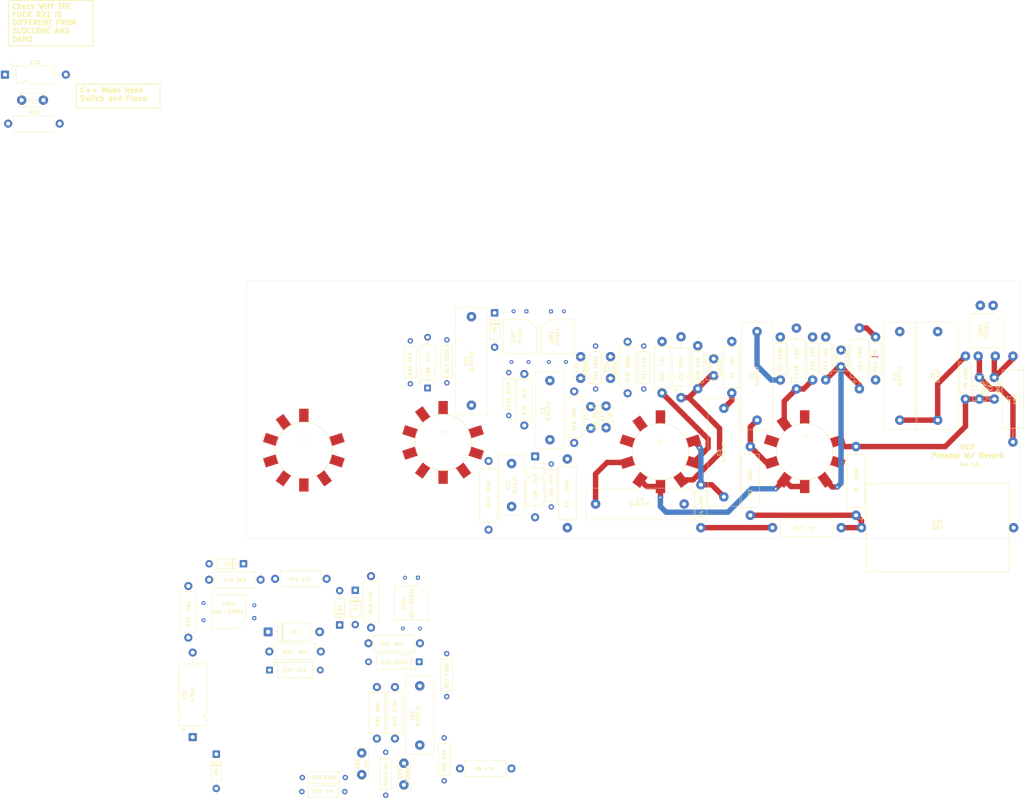
<source format=kicad_pcb>
(kicad_pcb (version 20241229) (generator "pcbnew") (generator_version "9.0")
  (layers (0 "F.Cu" signal) (2 "B.Cu" signal) (13 "F.Paste" user) (15 "B.Paste" user) (5 "F.SilkS" user "F.Silkscreen") (7 "B.SilkS" user "B.Silkscreen") (1 "F.Mask" user) (3 "B.Mask" user) (25 "Edge.Cuts" user))
  (net 0 "")
  (net 1 "Net-(C1-Pad2)")
  (net 2 "Net-(V1A-A)")
  (net 3 "Net-(V1B-A)")
  (net 4 "Net-(C2-Pad2)")
  (net 5 "Lead In")
  (net 6 "Net-(C4-Pad2)")
  (net 7 "Net-(V2B-A)")
  (net 8 "Net-(C5-Pad2)")
  (net 9 "Net-(V2A-A)")
  (net 10 "Net-(C6-Pad2)")
  (net 11 "Lead Out")
  (net 12 "Net-(C11-Pad1)")
  (net 13 "Net-(C9-Pad2)")
  (net 14 "Net-(SW3-A)")
  (net 15 "Net-(V2B-K)")
  (net 16 "Net-(C11-Pad2)")
  (net 17 "Net-(C12-Pad1)")
  (net 18 "Net-(SW2-A)")
  (net 19 "Net-(V2A-K)")
  (net 20 "Net-(SW5-B)")
  (net 21 "Net-(V1A-K)")
  (net 22 "Net-(SW4-B)")
  (net 23 "GND")
  (net 24 "Net-(V1B-K)")
  (net 25 "E")
  (net 26 "Net-(C20-Pad2)")
  (net 27 "Net-(V3B-A)")
  (net 28 "Net-(C21-Pad2)")
  (net 29 "Net-(C22-Pad2)")
  (net 30 "Net-(V3A-A)")
  (net 31 "Net-(C23-Pad2)")
  (net 32 "Net-(SW6-B)")
  (net 33 "Net-(V4A-K)")
  (net 34 "Net-(C25-Pad2)")
  (net 35 "Net-(V3A-K)")
  (net 36 "Net-(V4B-K)")
  (net 37 "Net-(V3B-K)")
  (net 38 "Net-(V4A-G)")
  (net 39 "Net-(D5-K)")
  (net 40 "Net-(D1-K)")
  (net 41 "Net-(D2-K)")
  (net 42 "Net-(D2-A)")
  (net 43 "LDR2-")
  (net 44 "Net-(D3-A)")
  (net 45 "60VAC Tap")
  (net 46 "Net-(D4-K)")
  (net 47 "LDR1+")
  (net 48 "LDR1-")
  (net 49 "Net-(LDR2-Pad4)")
  (net 50 "Net-(LDR4-Pad4)")
  (net 51 "Net-(LDR5--)")
  (net 52 "GEQ")
  (net 53 "EQ In")
  (net 54 "Reverb In")
  (net 55 "Net-(V4B-G)")
  (net 56 "Tank Out")
  (net 57 "D")
  (net 58 "Net-(SW1-A)")
  (net 59 "Input")
  (net 60 "Net-(V1C-F1-Pad4)")
  (net 61 "Net-(V1C-F2)")
  (net 62 "Net-(T1-AB)")
  (net 63 "Net-(V4B-A)")
  (net 64 "Net-(V2B-G)")
  (net 65 "Net-(V3A-G)")
  (footprint "Resistor_THT:R_Axial_DIN0309_L9.0mm_D3.2mm_P12.70mm_Horizontal" (layer "F.Cu") (at 140.49 155.59 90)
    (property "Reference" "R38")
    (property "Value" "1K5")
  )
  (footprint "Resistor_THT:R_Axial_DIN0309_L9.0mm_D3.2mm_P12.70mm_Horizontal" (layer "F.Cu") (at 151.3 142.59 -90)
    (property "Reference" "R27")
    (property "Value" "220K")
  )
  (footprint "Diode_THT:D_DO-41_SOD81_P10.16mm_Horizontal" (layer "F.Cu") (at 119.57 226.93 90)
    (property "Reference" "D1")
    (property "Value" "6V 1W")
  )
  (footprint "Resistor_THT:R_Axial_DIN0309_L9.0mm_D3.2mm_P12.70mm_Horizontal" (layer "F.Cu") (at 226.42 198.16 90)
    (property "Reference" "R4")
    (property "Value" "120K")
  )
  (footprint "Capacitor_THT:C_Rect_L7.2mm_W4.5mm_P5.00mm_FKS2_FKP2_MKS2_MKP2" (layer "F.Cu") (at 267.872857 150.58 90)
    (property "Reference" "C15")
    (property "Value" "0.47uF")
  )
  (footprint "Resistor_THT:R_Axial_DIN0414_L11.9mm_D4.5mm_P15.24mm_Horizontal" (layer "F.Cu") (at 174.19 167.92 90)
    (property "Reference" "R35")
    (property "Value" "3K3")
  )
  (footprint "Resistor_THT:R_Axial_DIN0414_L11.9mm_D4.5mm_P15.24mm_Horizontal" (layer "F.Cu") (at 96.19 213.54 180)
    (property "Reference" "R49")
    (property "Value" "3K3")
  )
  (footprint "Capacitor_THT:CP_Axial_L11.0mm_D5.0mm_P18.00mm_Horizontal" (layer "F.Cu") (at 254.687143 157.117125 90)
    (property "Reference" "C16")
    (property "Value" "15uF")
  )
  (footprint "Capacitor_THT:CP_Axial_L11.0mm_D5.0mm_P18.00mm_Horizontal" (layer "F.Cu") (at 20.575 64.1375)
    (property "Reference" "C10")
    (property "Value" "15uF")
  )
  (footprint "OptoDevice:PerkinElmer_VTL5C" (layer "F.Cu") (at 185.88 134.16 -90)
    (property "Reference" "LDR3")
    (property "Value" "VTL5C1")
  )
  (footprint "HiroFootprints:10_47_120_180_250_500pF_1KV_Cer_6.4_4.0_6.4" (layer "F.Cu") (at 198.39 162.17 -90)
    (property "Reference" "C17")
    (property "Value" "47pF")
  )
  (footprint "HiroFootprints:715P10454LAD3" (layer "F.Cu") (at 296.466 166.34 90)
    (property "Reference" "C9")
    (property "Value" "0.1uF")
  )
  (footprint "Resistor_THT:R_Axial_DIN0414_L11.9mm_D4.5mm_P15.24mm_Horizontal" (layer "F.Cu") (at 143.32 232.34 180)
    (property "Reference" "R41")
    (property "Value" "3K3")
  )
  (footprint "Resistor_THT:R_Axial_DIN0309_L9.0mm_D3.2mm_P12.70mm_Horizontal" (layer "F.Cu") (at 121.1 276.22 180)
    (property "Reference" "R30")
    (property "Value" "1M")
  )
  (footprint "Diode_THT:D_DO-41_SOD81_P10.16mm_Horizontal" (layer "F.Cu") (at 124.2 216.66 -90)
    (property "Reference" "D2")
    (property "Value" "1N4006")
  )
  (footprint "HiroFootprints:20_750pF_1KV_Cer_7.4_4.0_.6.4" (layer "F.Cu") (at 25.525 71.685)
    (property "Reference" "C12")
    (property "Value" "10/20pF")
  )
  (footprint "Resistor_THT:R_Axial_DIN0414_L11.9mm_D4.5mm_P15.24mm_Horizontal" (layer "F.Cu") (at 214.9375 158.31 90)
    (property "Reference" "R22")
    (property "Value" "47K")
  )
  (footprint "Capacitor_THT:CP_Axial_L11.0mm_D5.0mm_P18.00mm_Horizontal" (layer "F.Cu") (at 273.301429 157.08 90)
    (property "Reference" "C14")
    (property "Value" "15uF")
  )
  (footprint "HiroFootprints:10_47_120_180_250_500pF_1KV_Cer_6.4_4.0_6.4" (layer "F.Cu") (at 199.685 153.97 90)
    (property "Reference" "C30")
    (property "Value" "500pF")
  )
  (footprint "HiroFootprints:715P47354LAD3" (layer "F.Cu") (at 158.55 161.94 90)
    (property "Reference" "C21")
    (property "Value" "0.047uF")
  )
  (footprint "IICPP_Clone_Footprints:VT9-ST-C" (layer "F.Cu") (at 257.124118 175.672875)
    (property "Reference" "V1")
    (property "Value" "12AX7")
    (fp_circle (center 0 0) (end 8.3 0) (stroke (width 0.05)) (fill no) (layer "Edge.Cuts"))
  )
  (footprint "Capacitor_THT:CP_Axial_L11.0mm_D5.0mm_P18.00mm_Horizontal" (layer "F.Cu") (at 220.545 159.69 90)
    (property "Reference" "C13")
    (property "Value" "15uF")
  )
  (footprint "Capacitor_THT:CP_Axial_L18.0mm_D8.0mm_P25.00mm_Horizontal" (layer "F.Cu") (at 76.1 260.09 90)
    (property "Reference" "C32")
    (property "Value" "470uF")
  )
  (footprint "Resistor_THT:R_Axial_DIN0309_L9.0mm_D3.2mm_P12.70mm_Horizontal" (layer "F.Cu") (at 150.48 273.02 90)
    (property "Reference" "R25")
    (property "Value" "82K")
  )
  (footprint "Resistor_THT:R_Axial_DIN0309_L9.0mm_D3.2mm_P12.70mm_Horizontal" (layer "F.Cu") (at 195.2725 157.12 90)
    (property "Reference" "R42")
    (property "Value" "100K")
  )
  (footprint "Resistor_THT:R_Axial_DIN0309_L9.0mm_D3.2mm_P12.70mm_Horizontal" (layer "F.Cu") (at 169.58 164.98 90)
    (property "Reference" "R33")
    (property "Value" "220K")
  )
  (footprint "HiroFootprints:10_47_120_180_250_500pF_1KV_Cer_6.4_4.0_6.4" (layer "F.Cu") (at 313.214 160.11 90)
    (property "Reference" "C6")
    (property "Value" "250pF")
  )
  (footprint "Resistor_THT:R_Axial_DIN0309_L9.0mm_D3.2mm_P12.70mm_Horizontal" (layer "F.Cu") (at 259.465714 154.467125 90)
    (property "Reference" "R16")
    (property "Value" "1K5")
  )
  (footprint "Resistor_THT:R_Axial_DIN0414_L11.9mm_D4.5mm_P15.24mm_Horizontal" (layer "F.Cu") (at 130.58 260.53 90)
    (property "Reference" "R39")
    (property "Value" "68K")
  )
  (footprint "Resistor_THT:R_Axial_DIN0414_L11.9mm_D4.5mm_P15.24mm_Horizontal" (layer "F.Cu") (at 128.85 212.48 -90)
    (property "Reference" "R46")
    (property "Value" "470")
  )
  (footprint "Resistor_THT:R_Axial_DIN0309_L9.0mm_D3.2mm_P12.70mm_Horizontal" (layer "F.Cu") (at 209.51 157.12 90)
    (property "Reference" "R11")
    (property "Value" "1K5")
  )
  (footprint "Resistor_THT:R_Axial_DIN0516_L15.5mm_D5.0mm_P20.32mm_Horizontal" (layer "F.Cu") (at 163.624118 198.739151 90)
    (property "Reference" "R24")
    (property "Value" "100K")
  )
  (footprint "Resistor_THT:R_Axial_DIN0309_L9.0mm_D3.2mm_P12.70mm_Horizontal" (layer "F.Cu") (at 249.908571 154.467125 90)
    (property "Reference" "R17")
    (property "Value" "100K")
  )
  (footprint "OptoDevice:PerkinElmer_VTL5C" (layer "F.Cu") (at 94.32 224.91 180)
    (property "Reference" "LDR5")
    (property "Value" "NSL-32SR2")
  )
  (footprint "Resistor_THT:R_Axial_DIN0414_L11.9mm_D4.5mm_P15.24mm_Horizontal" (layer "F.Cu") (at 170.39 269.38 180)
    (property "Reference" "R6")
    (property "Value" "47K")
  )
  (footprint "Resistor_THT:R_Axial_DIN0516_L15.5mm_D5.0mm_P20.32mm_Horizontal" (layer "F.Cu") (at 247.61 198.15)
    (property "Reference" "R47")
    (property "Value" "1K")
  )
  (footprint "HiroFootprints:715P22354KAD3" (layer "F.Cu") (at 143.27 262.45 90)
    (property "Reference" "C20")
    (property "Value" "0.022uF")
  )
  (footprint "HiroFootprints:715P10354JAD3" (layer "F.Cu") (at 170.424118 179.189151 -90)
    (property "Reference" "C22")
    (property "Value" "0.01uF")
  )
  (footprint "HiroFootprints:1000pF_1KV_Cer_9.4_4.0_6.4" (layer "F.Cu") (at 126.1 264.8 -90)
    (property "Reference" "C29")
    (property "Value" "1nF")
  )
  (footprint "Resistor_THT:R_Axial_DIN0414_L11.9mm_D4.5mm_P15.24mm_Horizontal" (layer "F.Cu") (at 98.77 234.7875)
    (property "Reference" "R32")
    (property "Value" "3K3")
  )
  (footprint "IICPP_Clone_Footprints:VT9-ST-C" (layer "F.Cu") (at 214.464118 175.672875)
    (property "Reference" "V2")
    (property "Value" "12AX7")
    (fp_circle (center 0 0) (end 8.3 0) (stroke (width 0.05)) (fill no) (layer "Edge.Cuts"))
  )
  (footprint "Resistor_THT:R_Axial_DIN0516_L15.5mm_D5.0mm_P20.32mm_Horizontal" (layer "F.Cu") (at 186.91 198.15 90)
    (property "Reference" "R3")
    (property "Value" "100K")
  )
  (footprint "Capacitor_THT:CP_Axial_L11.0mm_D5.0mm_P18.00mm_Horizontal" (layer "F.Cu") (at 177.371618 177.079151 -90)
    (property "Reference" "C25")
    (property "Value" "15uF")
  )
  (footprint "Diode_THT:D_DO-41_SOD81_P10.16mm_Horizontal" (layer "F.Cu") (at 165.4 134.61 -90)
    (property "Reference" "D6")
    (property "Value" "6V 1W")
  )
  (footprint "Resistor_THT:R_Axial_DIN0414_L11.9mm_D4.5mm_P15.24mm_Horizontal" (layer "F.Cu") (at 100.48 213.28)
    (property "Reference" "R51")
    (property "Value" "470")
  )
  (footprint "Resistor_THT:R_Axial_DIN0414_L11.9mm_D4.5mm_P15.24mm_Horizontal" (layer "F.Cu") (at 74.81 230.66 90)
    (property "Reference" "R45")
    (property "Value" "68K")
  )
  (footprint "Resistor_THT:R_Axial_DIN0309_L9.0mm_D3.2mm_P12.70mm_Horizontal" (layer "F.Cu") (at 225.5025 157.04 90)
    (property "Reference" "R20")
    (property "Value" "1K5")
  )
  (footprint "HiroFootprints:1000pF_1KV_Cer_9.4_4.0_6.4" (layer "F.Cu") (at 138.57 274.23 90)
    (property "Reference" "C19")
    (property "Value" "1000pF")
  )
  (footprint "HiroFootprints:20_750pF_1KV_Cer_7.4_4.0_.6.4" (layer "F.Cu") (at 193.86 168.75 90)
    (property "Reference" "C7")
    (property "Value" "10/20pF")
  )
  (footprint "Resistor_THT:R_Axial_DIN0309_L9.0mm_D3.2mm_P12.70mm_Horizontal" (layer "F.Cu") (at 108.53 272.06)
    (property "Reference" "R31")
    (property "Value" "220K")
  )
  (footprint "Capacitor_THT:CP_Axial_L10.0mm_D4.5mm_P15.00mm_Horizontal" (layer "F.Cu") (at 145.5725 156.83 90)
    (property "Reference" "C28")
    (property "Value" "2u2")
  )
  (footprint "HiroFootprints:715P22354KAD3" (layer "F.Cu") (at 181.76 172.14 90)
    (property "Reference" "C3")
    (property "Value" "0.022uF")
  )
  (footprint "Capacitor_THT:CP_Axial_L10.0mm_D4.5mm_P15.00mm_Horizontal" (layer "F.Cu") (at 98.83 240.27)
    (property "Reference" "C27")
    (property "Value" "3u3")
  )
  (footprint "Resistor_THT:R_Axial_DIN0309_L9.0mm_D3.2mm_P12.70mm_Horizontal" (layer "F.Cu") (at 133.19 277.29 90)
    (property "Reference" "R26")
    (property "Value" "270K")
  )
  (footprint "Diode_THT:D_DO-41_SOD81_P10.16mm_Horizontal" (layer "F.Cu") (at 91.12 208.83 180)
    (property "Reference" "D3")
    (property "Value" "1N4006")
  )
  (footprint "Resistor_THT:R_Axial_DIN0414_L11.9mm_D4.5mm_P15.24mm_Horizontal" (layer "F.Cu") (at 188.93 173.09 90)
    (property "Reference" "R10")
    (property "Value" "3M3")
  )
  (footprint "Resistor_THT:R_Axial_DIN0414_L11.9mm_D4.5mm_P15.24mm_Horizontal" (layer "F.Cu") (at 204.7475 158.39 90)
    (property "Reference" "R18")
    (property "Value" "680K")
  )
  (footprint "OptoDevice:PerkinElmer_VTL5C" (layer "F.Cu") (at 142.71 212.95 -90)
    (property "Reference" "LDR4")
    (property "Value" "NSL-32SR2")
  )
  (footprint "Resistor_THT:R_Axial_DIN0309_L9.0mm_D3.2mm_P12.70mm_Horizontal" (layer "F.Cu") (at 263.344286 154.43 90)
    (property "Reference" "R15")
    (property "Value" "1K5")
  )
  (footprint "HiroFootprints:20_750pF_1KV_Cer_7.4_4.0_.6.4" (layer "F.Cu") (at 308.798 160.11 90)
    (property "Reference" "C1")
    (property "Value" "750pF")
  )
  (footprint "Resistor_THT:R_Axial_DIN0516_L15.5mm_D5.0mm_P20.32mm_Horizontal" (layer "F.Cu") (at 241.05 194.48 90)
    (property "Reference" "R2")
    (property "Value" "100K")
  )
  (footprint "HiroFootprints:715P47354LAD3" (layer "F.Cu") (at 195.27 191.15)
    (property "Reference" "C4")
    (property "Value" "0.047uF")
  )
  (footprint "Diode_THT:D_DO-41_SOD81_P10.16mm_Horizontal" (layer "F.Cu") (at 83.08 265.13 -90)
    (property "Reference" "D4")
    (property "Value" "1N4006")
  )
  (footprint "Resistor_THT:R_Axial_DIN0309_L9.0mm_D3.2mm_P12.70mm_Horizontal" (layer "F.Cu") (at 182.174118 192.009151 90)
    (property "Reference" "R34")
    (property "Value" "15K")
  )
  (footprint "Capacitor_THT:CP_Axial_L10.0mm_D4.5mm_P15.00mm_Horizontal" (layer "F.Cu") (at 143.11 237.8175 180)
    (property "Reference" "C24")
    (property "Value" "220nF")
  )
  (footprint "HiroFootprints:715P47354LAD3" (layer "F.Cu") (at 285.25 166.34 90)
    (property "Reference" "C11")
    (property "Value" "0.047uF")
  )
  (footprint "Diode_THT:D_DO-201_P15.24mm_Horizontal" (layer "F.Cu") (at 98.42 228.9675)
    (property "Reference" "D5")
    (property "Value" "1N5352BRL")
  )
  (footprint "Resistor_THT:R_Axial_DIN0309_L9.0mm_D3.2mm_P12.70mm_Horizontal" (layer "F.Cu") (at 304.682 160.11 90)
    (property "Reference" "R9")
    (property "Value" "100K")
  )
  (footprint "HiroFootprints:10_47_120_180_250_500pF_1KV_Cer_6.4_4.0_6.4" (layer "F.Cu") (at 190.86 147.57 -90)
    (property "Reference" "C23")
    (property "Value" "250pF")
  )
  (footprint "Resistor_THT:R_Axial_DIN0309_L9.0mm_D3.2mm_P12.70mm_Horizontal" (layer "F.Cu") (at 151.23 248.1 90)
    (property "Reference" "R37")
    (property "Value" "470K")
  )
  (footprint "OptoDevice:PerkinElmer_VTL5C" (layer "F.Cu") (at 174.81 134.15 -90)
    (property "Reference" "LDR2")
    (property "Value" "VTL5C1")
  )
  (footprint "IICPP_Clone_Footprints:VT9-ST-C" (layer "F.Cu") (at 150.164118 172.932875)
    (property "Reference" "V3")
    (property "Value" "12AX7")
    (fp_circle (center 0 0) (end 8.3 0) (stroke (width 0.05)) (fill no) (layer "Edge.Cuts"))
  )
  (footprint "Resistor_THT:R_Axial_DIN0414_L11.9mm_D4.5mm_P15.24mm_Horizontal" (layer "F.Cu") (at 235.5675 158.31 90)
    (property "Reference" "R5")
    (property "Value" "22K")
  )
  (footprint "OptoDevice:PerkinElmer_VTL5C" (layer "F.Cu") (at 312.87 132.41 -90)
    (property "Reference" "LDR1")
    (property "Value" "VTL5C1")
  )
  (footprint "Capacitor_THT:C_Rect_L7.2mm_W4.5mm_P5.00mm_FKS2_FKP2_MKS2_MKP2" (layer "F.Cu") (at 230.21 153.19 90)
    (property "Reference" "C18")
    (property "Value" "0.47uF")
  )
  (footprint "Resistor_THT:R_Axial_DIN0414_L11.9mm_D4.5mm_P15.24mm_Horizontal" (layer "F.Cu") (at 21.515 78.635)
    (property "Reference" "R12")
    (property "Value" "3M3")
  )
  (footprint "Resistor_THT:R_Axial_DIN0309_L9.0mm_D3.2mm_P12.70mm_Horizontal" (layer "F.Cu") (at 278.08 141.73 -90)
    (property "Reference" "R14")
    (property "Value" "15K")
  )
  (footprint "Capacitor_THT:CP_Axial_L42.0mm_D26.0mm_P45.00mm_Horizontal" (layer "F.Cu") (at 273.92 198.15)
    (property "Reference" "C31")
    (property "Value" "30uF")
  )
  (footprint "HiroFootprints:715P47354LAD3" (layer "F.Cu") (at 243.03 166.34 90)
    (property "Reference" "C2")
    (property "Value" "0.047uF")
  )
  (footprint "Resistor_THT:R_Axial_DIN0516_L15.5mm_D5.0mm_P20.32mm_Horizontal" (layer "F.Cu") (at 272.31 194.48 90)
    (property "Reference" "R1")
    (property "Value" "150K")
  )
  (footprint "HiroFootprints:715P47354LAD3" (layer "F.Cu") (at 233.2175 189.04 90)
    (property "Reference" "C5")
    (property "Value" "0.047uF")
  )
  (footprint "Resistor_THT:R_Axial_DIN0414_L11.9mm_D4.5mm_P15.24mm_Horizontal" (layer "F.Cu") (at 135.92 245.29 -90)
    (property "Reference" "R29")
    (property "Value" "270K")
  )
  (footprint "IICPP_Clone_Footprints:VT9-ST-C" (layer "F.Cu") (at 108.974118 175.222875)
    (property "Reference" "V4")
    (property "Value" "12AX7")
    (fp_circle (center 0 0) (end 8.3 0) (stroke (width 0.05)) (fill no) (layer "Edge.Cuts"))
  )
  (footprint "Resistor_THT:R_Axial_DIN0617_L17.0mm_D6.0mm_P25.40mm_Horizontal" (layer "F.Cu") (at 318.73 172.81 90)
    (property "Reference" "R7")
    (property "Value" "10M")
  )
  (gr_rect (start 92.02 125.02) (end 320.62 201.22) (stroke (width 0.05)) (fill no) (layer "Edge.Cuts"))
  (gr_text "Ver 1.0" (at 303.06 180.09 0) (layer "F.SilkS") (effects (font (size 1 1) (thickness 0.2) (bold yes)) (justify left bottom)))
  (gr_text "HCF\nPreamp W/ Reverb" (at 305.37 177.65 0) (layer "F.SilkS") (effects (font (size 1.5 1.5) (thickness 0.3) (bold yes)) (justify bottom)))
  (gr_text_box "Check WHY THE FUCK R22 IS DIFFERENT FROM SLOCLONE AND DANO" (start 21.65 42.165) (end 46.61 55.675) (margins 1.0025 1.0025 1.0025 1.0025) (layer "F.SilkS") (effects (font (size 1.5 1.5) (thickness 0.3) (bold yes)) (justify left top)) (border yes) (stroke (width 0.2)))
  (gr_text_box "C++ Mods Need Switch and Place" (start 41.705 66.955) (end 66.415 73.965) (margins 1.0025 1.0025 1.0025 1.0025) (layer "F.SilkS") (effects (font (size 1.5 1.5) (thickness 0.3) (bold yes)) (justify left top)) (border yes) (stroke (width 0.2)))
  (segment (start 276.89 147.54) (end 278.64 147.54) (width 0.2) (layer "F.Cu") (net 0))
  (segment (start 278.64 147.54) (end 278.82 147.72) (width 0.2) (layer "F.Cu") (net 0))
  (segment (start 317.41 159.4) (end 317.42 159.4) (width 1.6) (layer "F.Cu") (net 1))
  (segment (start 308.798 153.71) (end 308.798 147.778) (width 1.6) (layer "F.Cu") (net 1))
  (segment (start 317.42 159.4) (end 318.73 160.71) (width 1.6) (layer "F.Cu") (net 1))
  (segment (start 318.73 160.71) (end 318.73 172.81) (width 1.6) (layer "F.Cu") (net 1))
  (segment (start 308.798 147.778) (end 308.43 147.41) (width 1.6) (layer "F.Cu") (net 1))
  (segment (start 308.798 153.71) (end 312.208 157.12) (width 1.6) (layer "F.Cu") (net 1))
  (segment (start 312.208 157.12) (end 315.13 157.12) (width 1.6) (layer "F.Cu") (net 1))
  (segment (start 315.13 157.12) (end 317.41 159.4) (width 1.6) (layer "F.Cu") (net 1))
  (segment (start 241.05 168.32) (end 243.03 166.34) (width 1.6) (layer "F.Cu") (net 2))
  (segment (start 241.05 174.16) (end 241.05 168.32) (width 1.6) (layer "F.Cu") (net 2))
  (segment (start 245.74575 178.85575) (end 247.328236 178.85575) (width 1.6) (layer "F.Cu") (net 2))
  (segment (start 241.05 174.16) (end 245.74575 178.85575) (width 1.6) (layer "F.Cu") (net 2))
  (segment (start 304.682 168.178) (end 304.682 160.11) (width 1.6) (layer "F.Cu") (net 3))
  (segment (start 268.59 174.16) (end 266.92 172.49) (width 1.6) (layer "F.Cu") (net 3))
  (segment (start 304.682 160.11) (end 308.798 160.11) (width 1.6) (layer "F.Cu") (net 3))
  (segment (start 298.7 174.16) (end 304.682 168.178) (width 1.6) (layer "F.Cu") (net 3))
  (segment (start 308.798 160.11) (end 313.214 160.11) (width 1.6) (layer "F.Cu") (net 3))
  (segment (start 272.31 174.16) (end 268.59 174.16) (width 1.6) (layer "F.Cu") (net 3))
  (segment (start 272.31 174.16) (end 298.7 174.16) (width 1.6) (layer "F.Cu") (net 3))
  (segment (start 247.247125 154.467125) (end 243.03 150.25) (width 1.6) (layer "B.Cu") (net 4))
  (segment (start 249.908571 154.467125) (end 247.247125 154.467125) (width 1.6) (layer "B.Cu") (net 4))
  (segment (start 243.03 150.25) (end 243.03 140.14) (width 1.6) (layer "B.Cu") (net 4))
  (segment (start 226.42 185.46) (end 229.6375 185.46) (width 1.6) (layer "F.Cu") (net 7))
  (segment (start 224.26 172.49) (end 225.98 174.21) (width 1.6) (layer "F.Cu") (net 7))
  (segment (start 229.6375 185.46) (end 233.2175 189.04) (width 1.6) (layer "F.Cu") (net 7))
  (segment (start 225.98 174.21) (end 225.98 174.51) (width 1.6) (layer "F.Cu") (net 7))
  (via (at 225.98 174.51) (size 1.2) (drill 0.5) (layers "F.Cu" "B.Cu") (net 7))
  (segment (start 225.98 174.51) (end 226.42 174.95) (width 1.6) (layer "B.Cu") (net 7))
  (segment (start 226.42 174.95) (end 226.42 185.46) (width 1.6) (layer "B.Cu") (net 7))
  (segment (start 235.5675 160.49) (end 235.5675 158.31) (width 1.6) (layer "F.Cu") (net 8))
  (segment (start 233.2175 162.84) (end 235.5675 160.49) (width 1.6) (layer "F.Cu") (net 8))
  (segment (start 204.668236 178.85575) (end 198.67425 178.85575) (width 1.6) (layer "F.Cu") (net 9))
  (segment (start 198.67425 178.85575) (end 195.27 182.26) (width 1.6) (layer "F.Cu") (net 9))
  (segment (start 195.27 182.26) (end 195.27 191.15) (width 1.6) (layer "F.Cu") (net 9))
  (segment (start 313.214 147.706) (end 313.51 147.41) (width 1.6) (layer "F.Cu") (net 10))
  (segment (start 313.214 153.71) (end 313.214 147.706) (width 1.6) (layer "F.Cu") (net 10))
  (segment (start 318.73 148.194) (end 318.73 147.41) (width 1.6) (layer "F.Cu") (net 10))
  (segment (start 313.214 153.71) (end 318.73 148.194) (width 1.6) (layer "F.Cu") (net 10))
  (segment (start 296.466 166.34) (end 285.25 166.34) (width 1.6) (layer "F.Cu") (net 12))
  (segment (start 304.682 147.41) (end 296.466 155.626) (width 1.6) (layer "F.Cu") (net 12))
  (segment (start 296.466 155.626) (end 296.466 166.34) (width 1.6) (layer "F.Cu") (net 12))
  (segment (start 224.09425 184.00575) (end 231.95 176.15) (width 1.6) (layer "F.Cu") (net 15))
  (segment (start 229.3525 153.19) (end 230.21 153.19) (width 1.6) (layer "F.Cu") (net 15))
  (segment (start 220.518306 184.00575) (end 224.09425 184.00575) (width 1.6) (layer "F.Cu") (net 15))
  (segment (start 225.5025 157.04) (end 229.3525 153.19) (width 1.6) (layer "F.Cu") (net 15))
  (segment (start 220.545 159.69) (end 222.8525 159.69) (width 1.6) (layer "F.Cu") (net 15))
  (segment (start 222.8525 159.69) (end 225.5025 157.04) (width 1.6) (layer "F.Cu") (net 15))
  (segment (start 231.95 168.7875) (end 222.8525 159.69) (width 1.6) (layer "F.Cu") (net 15))
  (segment (start 231.95 176.15) (end 231.95 168.7875) (width 1.6) (layer "F.Cu") (net 15))
  (segment (start 251.06993 167.34) (end 251.06993 160.734338) (width 1.6) (layer "F.Cu") (net 21))
  (segment (start 251.06993 160.734338) (end 254.687143 157.117125) (width 1.6) (layer "F.Cu") (net 21))
  (segment (start 256.815714 157.117125) (end 254.687143 157.117125) (width 1.6) (layer "F.Cu") (net 21))
  (segment (start 259.465714 154.467125) (end 256.815714 157.117125) (width 1.6) (layer "F.Cu") (net 21))
  (segment (start 273.301429 139.08) (end 275.43 139.08) (width 1.6) (layer "F.Cu") (net 22))
  (segment (start 275.43 139.08) (end 278.08 141.73) (width 1.6) (layer "F.Cu") (net 22))
  (segment (start 263.344286 154.43) (end 267.194286 150.58) (width 1.6) (layer "F.Cu") (net 24))
  (segment (start 267.872857 150.58) (end 273.301429 156.008572) (width 1.6) (layer "F.Cu") (net 24))
  (segment (start 267.194286 150.58) (end 267.872857 150.58) (width 1.6) (layer "F.Cu") (net 24))
  (segment (start 263.178306 184.00575) (end 265.282556 186.11) (width 1.6) (layer "F.Cu") (net 24))
  (segment (start 265.282556 186.11) (end 266.78 186.11) (width 1.6) (layer "F.Cu") (net 24))
  (segment (start 273.301429 156.008572) (end 273.301429 157.08) (width 1.6) (layer "F.Cu") (net 24))
  (via (at 266.78 186.11) (size 1.2) (drill 0.5) (layers "F.Cu" "B.Cu") (net 24))
  (segment (start 267.872857 185.017143) (end 267.872857 150.58) (width 1.6) (layer "B.Cu") (net 24))
  (segment (start 266.78 186.11) (end 267.872857 185.017143) (width 1.6) (layer "B.Cu") (net 24))
  (segment (start 273.92 196.09) (end 272.31 194.48) (width 1.6) (layer "F.Cu") (net 25))
  (segment (start 272.31 194.48) (end 241.05 194.48) (width 1.6) (layer "F.Cu") (net 25))
  (segment (start 267.93 198.15) (end 273.92 198.15) (width 1.6) (layer "F.Cu") (net 25))
  (segment (start 273.92 198.15) (end 273.92 196.09) (width 1.6) (layer "F.Cu") (net 25))
  (segment (start 226.43 198.15) (end 226.42 198.16) (width 1.6) (layer "F.Cu") (net 57))
  (segment (start 247.61 198.15) (end 226.43 198.15) (width 1.6) (layer "F.Cu") (net 57))
  (segment (start 210.377055 185.972875) (end 214.464118 185.972875) (width 1.6) (layer "F.Cu") (net 60))
  (segment (start 253.037055 185.972875) (end 251.06993 184.00575) (width 1.6) (layer "F.Cu") (net 60))
  (segment (start 214.464118 185.972875) (end 214.464118 189.205882) (width 1.6) (layer "F.Cu") (net 60))
  (segment (start 251.06993 184.00575) (end 251.06993 184.14007) (width 1.6) (layer "F.Cu") (net 60))
  (segment (start 208.40993 184.00575) (end 210.377055 185.972875) (width 1.6) (layer "F.Cu") (net 60))
  (segment (start 251.06993 184.14007) (end 248.56 186.65) (width 1.6) (layer "F.Cu") (net 60))
  (segment (start 257.124118 185.972875) (end 253.037055 185.972875) (width 1.6) (layer "F.Cu") (net 60))
  (segment (start 214.464118 189.205882) (end 214.44 189.23) (width 1.6) (layer "F.Cu") (net 60))
  (via (at 248.56 186.65) (size 1.2) (drill 0.5) (layers "F.Cu" "B.Cu") (net 60))
  (via (at 214.44 189.23) (size 1.2) (drill 0.5) (layers "F.Cu" "B.Cu") (net 60))
  (segment (start 241.35 186.65) (end 234.44 193.56) (width 1.6) (layer "B.Cu") (net 60))
  (segment (start 234.44 193.56) (end 216.11 193.56) (width 1.6) (layer "B.Cu") (net 60))
  (segment (start 248.56 186.65) (end 241.35 186.65) (width 1.6) (layer "B.Cu") (net 60))
  (segment (start 216.11 193.56) (end 214.44 191.89) (width 1.6) (layer "B.Cu") (net 60))
  (segment (start 214.44 191.89) (end 214.44 189.23) (width 1.6) (layer "B.Cu") (net 60))
  (segment (start 228.57 171.9425) (end 214.9375 158.31) (width 1.6) (layer "F.Cu") (net 64))
  (segment (start 228.57 174.54575) (end 228.57 171.9425) (width 1.6) (layer "F.Cu") (net 64))
  (segment (start 224.26 178.85575) (end 228.57 174.54575) (width 1.6) (layer "F.Cu") (net 64))
)
</source>
